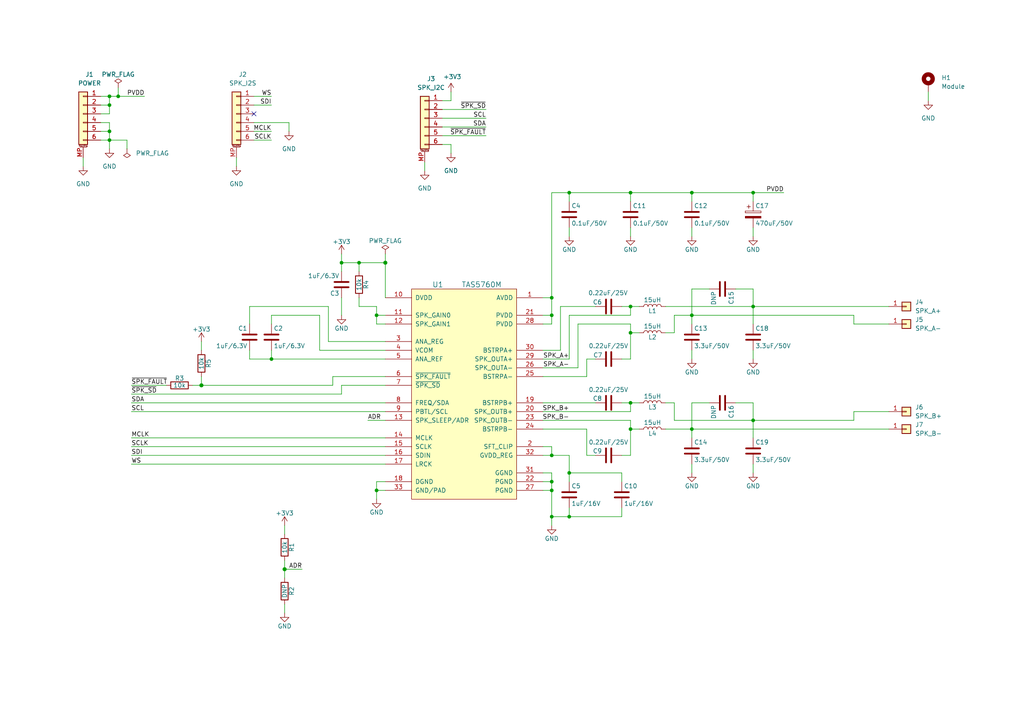
<source format=kicad_sch>
(kicad_sch (version 20210621) (generator eeschema)
  (paper "A4")
  (lib_symbols
    (symbol "Connector_Generic:Conn_01x01" (pin_names (offset 1.016) hide)
      (property "Reference" "J" (at 0 2.54 0))
      (property "Value" "Conn_01x01" (at 0 -2.54 0))
      (symbol "Conn_01x01_1_1"
        (rectangle (start -1.27 0.127) (end 0 -0.127) (stroke (width 0.1524)))
        (rectangle (start -1.27 1.27) (end 1.27 -1.27) (stroke (width 0.254)) (fill (type background)))
        (pin passive line (at -5.08 0 0) (length 3.81) (name "Pin_1") (number "1"))
      )
    )
    (symbol "Connector_Generic_MountingPin:Conn_01x06_MountingPin" (pin_names (offset 1.016) hide)
      (property "Reference" "J" (at 0 7.62 0))
      (property "Value" "Conn_01x06_MountingPin" (at 1.27 -10.16 0))
      (symbol "Conn_01x06_MountingPin_1_1"
        (rectangle (start -1.27 -7.493) (end 0 -7.747) (stroke (width 0.1524)))
        (rectangle (start -1.27 -4.953) (end 0 -5.207) (stroke (width 0.1524)))
        (rectangle (start -1.27 -2.413) (end 0 -2.667) (stroke (width 0.1524)))
        (rectangle (start -1.27 0.127) (end 0 -0.127) (stroke (width 0.1524)))
        (rectangle (start -1.27 2.667) (end 0 2.413) (stroke (width 0.1524)))
        (rectangle (start -1.27 5.207) (end 0 4.953) (stroke (width 0.1524)))
        (rectangle (start -1.27 6.35) (end 1.27 -8.89) (stroke (width 0.254)) (fill (type background)))
        (polyline (pts (xy -1.016 -9.652) (xy 1.016 -9.652)) (stroke (width 0.1524)))
        (text "Mounting" (at 0 -9.271 0) (effects (font (size 0.381 0.381))))
        (pin passive line (at -5.08 5.08 0) (length 3.81) (name "Pin_1") (number "1"))
        (pin passive line (at -5.08 2.54 0) (length 3.81) (name "Pin_2") (number "2"))
        (pin passive line (at -5.08 0 0) (length 3.81) (name "Pin_3") (number "3"))
        (pin passive line (at -5.08 -2.54 0) (length 3.81) (name "Pin_4") (number "4"))
        (pin passive line (at -5.08 -5.08 0) (length 3.81) (name "Pin_5") (number "5"))
        (pin passive line (at -5.08 -7.62 0) (length 3.81) (name "Pin_6") (number "6"))
        (pin passive line (at 0 -12.7 90) (length 3.048) (name "MountPin") (number "MP"))
      )
    )
    (symbol "Device:C" (pin_numbers hide) (pin_names (offset 0.254))
      (property "Reference" "C" (at 0.635 2.54 0))
      (property "Value" "C" (at 0.635 -2.54 0))
      (symbol "C_0_1"
        (polyline (pts (xy -2.032 -0.762) (xy 2.032 -0.762)) (stroke (width 0.508)))
        (polyline (pts (xy -2.032 0.762) (xy 2.032 0.762)) (stroke (width 0.508)))
      )
      (symbol "C_1_1"
        (pin passive line (at 0 3.81 270) (length 2.794) (name "~") (number "1"))
        (pin passive line (at 0 -3.81 90) (length 2.794) (name "~") (number "2"))
      )
    )
    (symbol "Device:C_Polarized" (pin_numbers hide) (pin_names (offset 0.254))
      (property "Reference" "C" (at 0.635 2.54 0))
      (property "Value" "C_Polarized" (at 0.635 -2.54 0))
      (symbol "C_Polarized_0_1"
        (rectangle (start -2.286 0.508) (end 2.286 1.016))
        (polyline (pts (xy -1.778 2.286) (xy -0.762 2.286)))
        (polyline (pts (xy -1.27 2.794) (xy -1.27 1.778)))
        (rectangle (start 2.286 -0.508) (end -2.286 -1.016) (fill (type outline)))
      )
      (symbol "C_Polarized_1_1"
        (pin passive line (at 0 3.81 270) (length 2.794) (name "~") (number "1"))
        (pin passive line (at 0 -3.81 90) (length 2.794) (name "~") (number "2"))
      )
    )
    (symbol "Device:L" (pin_numbers hide) (pin_names (offset 1.016) hide)
      (property "Reference" "L" (at -1.27 0 90))
      (property "Value" "L" (at 1.905 0 90))
      (symbol "L_0_1"
        (arc (start 0 -2.54) (mid 0.635 -1.905) (end 0 -1.27))
        (arc (start 0 -1.27) (mid 0.635 -0.635) (end 0 0))
        (arc (start 0 0) (mid 0.635 0.635) (end 0 1.27))
        (arc (start 0 1.27) (mid 0.635 1.905) (end 0 2.54))
      )
      (symbol "L_1_1"
        (pin passive line (at 0 3.81 270) (length 1.27) (name "1") (number "1"))
        (pin passive line (at 0 -3.81 90) (length 1.27) (name "2") (number "2"))
      )
    )
    (symbol "Device:R" (pin_numbers hide) (pin_names (offset 0))
      (property "Reference" "R" (at 2.032 0 90))
      (property "Value" "R" (at 0 0 90))
      (symbol "R_0_1"
        (rectangle (start -1.016 -2.54) (end 1.016 2.54) (stroke (width 0.254)))
      )
      (symbol "R_1_1"
        (pin passive line (at 0 3.81 270) (length 1.27) (name "~") (number "1"))
        (pin passive line (at 0 -3.81 90) (length 1.27) (name "~") (number "2"))
      )
    )
    (symbol "HackAmp-Symbols:TAS5760M" (pin_names (offset 1.016))
      (property "Reference" "U" (at -7.62 31.75 0))
      (property "Value" "TAS5760M" (at 5.08 31.75 0))
      (symbol "TAS5760M_1_1"
        (rectangle (start -15.24 -30.48) (end 15.24 30.48) (fill (type background)))
        (pin power_in line (at 22.86 27.94 180) (length 7.62) (name "AVDD") (number "1"))
        (pin power_in line (at -22.86 27.94 0) (length 7.62) (name "DVDD") (number "10"))
        (pin input line (at -22.86 22.86 0) (length 7.62) (name "SPK_GAIN0") (number "11"))
        (pin input line (at -22.86 20.32 0) (length 7.62) (name "SPK_GAIN1") (number "12"))
        (pin input line (at -22.86 -7.62 0) (length 7.62) (name "SPK_SLEEP/ADR") (number "13"))
        (pin input line (at -22.86 -12.7 0) (length 7.62) (name "MCLK") (number "14"))
        (pin input line (at -22.86 -15.24 0) (length 7.62) (name "SCLK") (number "15"))
        (pin input line (at -22.86 -17.78 0) (length 7.62) (name "SDIN") (number "16"))
        (pin input line (at -22.86 -20.32 0) (length 7.62) (name "LRCK") (number "17"))
        (pin power_in line (at -22.86 -25.4 0) (length 7.62) (name "DGND") (number "18"))
        (pin power_out line (at 22.86 -2.54 180) (length 7.62) (name "BSTRPB+") (number "19"))
        (pin input line (at 22.86 -15.24 180) (length 7.62) (name "SFT_CLIP") (number "2"))
        (pin output line (at 22.86 -5.08 180) (length 7.62) (name "SPK_OUTB+") (number "20"))
        (pin power_in line (at 22.86 22.86 180) (length 7.62) (name "PVDD") (number "21"))
        (pin power_in line (at 22.86 -25.4 180) (length 7.62) (name "PGND") (number "22"))
        (pin output line (at 22.86 -7.62 180) (length 7.62) (name "SPK_OUTB-") (number "23"))
        (pin power_out line (at 22.86 -10.16 180) (length 7.62) (name "BSTRPB-") (number "24"))
        (pin power_out line (at 22.86 5.08 180) (length 7.62) (name "BSTRPA-") (number "25"))
        (pin output line (at 22.86 7.62 180) (length 7.62) (name "SPK_OUTA-") (number "26"))
        (pin power_in line (at 22.86 -27.94 180) (length 7.62) (name "PGND") (number "27"))
        (pin power_in line (at 22.86 20.32 180) (length 7.62) (name "PVDD") (number "28"))
        (pin output line (at 22.86 10.16 180) (length 7.62) (name "SPK_OUTA+") (number "29"))
        (pin power_out line (at -22.86 15.24 0) (length 7.62) (name "ANA_REG") (number "3"))
        (pin power_out line (at 22.86 12.7 180) (length 7.62) (name "BSTRPA+") (number "30"))
        (pin power_in line (at 22.86 -22.86 180) (length 7.62) (name "GGND") (number "31"))
        (pin power_out line (at 22.86 -17.78 180) (length 7.62) (name "GVDD_REG") (number "32"))
        (pin power_in line (at -22.86 -27.94 0) (length 7.62) (name "GND/PAD") (number "33"))
        (pin power_out line (at -22.86 12.7 0) (length 7.62) (name "VCOM") (number "4"))
        (pin power_out line (at -22.86 10.16 0) (length 7.62) (name "ANA_REF") (number "5"))
        (pin output line (at -22.86 5.08 0) (length 7.62) (name "~{SPK_FAULT}") (number "6"))
        (pin output line (at -22.86 2.54 0) (length 7.62) (name "~{SPK_SD}") (number "7"))
        (pin input line (at -22.86 -2.54 0) (length 7.62) (name "FREQ/SDA") (number "8"))
        (pin input line (at -22.86 -5.08 0) (length 7.62) (name "PBTL/SCL") (number "9"))
      )
    )
    (symbol "Mechanical:MountingHole_Pad" (pin_numbers hide) (pin_names (offset 1.016) hide)
      (property "Reference" "H" (at 0 6.35 0))
      (property "Value" "MountingHole_Pad" (at 0 4.445 0))
      (symbol "MountingHole_Pad_0_1"
        (circle (center 0 1.27) (radius 1.27) (stroke (width 1.27)) (stroke (width 1.27)))
      )
      (symbol "MountingHole_Pad_1_1"
        (pin input line (at 0 -2.54 90) (length 2.54) (name "1") (number "1"))
      )
    )
    (symbol "power:+3.3V" (power) (pin_names (offset 0))
      (property "Value" "+3.3V" (at 0 3.556 0))
      (symbol "+3.3V_0_1"
        (polyline (pts (xy -0.762 1.27) (xy 0 2.54)))
        (polyline (pts (xy 0 0) (xy 0 2.54)))
        (polyline (pts (xy 0 2.54) (xy 0.762 1.27)))
      )
      (symbol "+3.3V_1_1"
        (pin power_in line (at 0 0 90) (length 0) hide (name "+3V3") (number "1"))
      )
    )
    (symbol "power:+3V3" (power) (pin_names (offset 0))
      (property "Value" "+3V3" (at 0 3.556 0))
      (symbol "+3V3_0_1"
        (polyline (pts (xy -0.762 1.27) (xy 0 2.54)))
        (polyline (pts (xy 0 0) (xy 0 2.54)))
        (polyline (pts (xy 0 2.54) (xy 0.762 1.27)))
      )
      (symbol "+3V3_1_1"
        (pin power_in line (at 0 0 90) (length 0) hide (name "+3V3") (number "1"))
      )
    )
    (symbol "power:GND" (power) (pin_names (offset 0))
      (property "Value" "GND" (at 0 -3.81 0))
      (symbol "GND_0_1"
        (polyline (pts (xy 0 0) (xy 0 -1.27) (xy 1.27 -1.27) (xy 0 -2.54) (xy -1.27 -1.27) (xy 0 -1.27)))
      )
      (symbol "GND_1_1"
        (pin power_in line (at 0 0 270) (length 0) hide (name "GND") (number "1"))
      )
    )
    (symbol "power:PWR_FLAG" (power) (pin_numbers hide) (pin_names (offset 0) hide)
      (property "Value" "PWR_FLAG" (at 0 3.81 0))
      (symbol "PWR_FLAG_0_0"
        (pin power_out line (at 0 0 90) (length 0) (name "pwr") (number "1"))
      )
      (symbol "PWR_FLAG_0_1"
        (polyline (pts (xy 0 0) (xy 0 1.27) (xy -1.016 1.905) (xy 0 2.54) (xy 1.016 1.905) (xy 0 1.27)))
      )
    )
  )
  (junction (at 31.75 27.94))
  (junction (at 31.75 30.48))
  (junction (at 31.75 38.1))
  (junction (at 31.75 40.64))
  (junction (at 34.29 27.94))
  (junction (at 58.42 111.76) (diameter 1.016))
  (junction (at 78.74 104.14) (diameter 0.9144))
  (junction (at 82.55 165.1) (diameter 1.016))
  (junction (at 99.06 76.2) (diameter 0.9144))
  (junction (at 104.14 76.2) (diameter 0.9144))
  (junction (at 109.22 91.44) (diameter 0.9144))
  (junction (at 109.22 142.24) (diameter 0.9144))
  (junction (at 111.76 76.2) (diameter 1.016))
  (junction (at 160.02 86.36) (diameter 0.9144))
  (junction (at 160.02 91.44) (diameter 0.9144))
  (junction (at 160.02 132.08) (diameter 0.9144))
  (junction (at 160.02 139.7) (diameter 0.9144))
  (junction (at 160.02 142.24) (diameter 0.9144))
  (junction (at 160.02 149.86) (diameter 0.9144))
  (junction (at 165.1 55.88) (diameter 0.9144))
  (junction (at 165.1 137.16) (diameter 0.9144))
  (junction (at 165.1 149.86) (diameter 0.9144))
  (junction (at 182.88 55.88) (diameter 0.9144))
  (junction (at 182.88 88.9) (diameter 0.9144))
  (junction (at 182.88 96.52) (diameter 0.9144))
  (junction (at 182.88 116.84) (diameter 0.9144))
  (junction (at 182.88 124.46) (diameter 0.9144))
  (junction (at 200.66 55.88) (diameter 0.9144))
  (junction (at 200.66 91.44) (diameter 0.9144))
  (junction (at 200.66 124.46) (diameter 0.9144))
  (junction (at 218.44 55.88) (diameter 0.9144))
  (junction (at 218.44 88.9) (diameter 0.9144))
  (junction (at 218.44 121.92) (diameter 0.9144))
  (no_connect (at 73.66 33.02))
  (wire (pts (xy 24.13 45.72) (xy 24.13 48.26)))
  (wire (pts (xy 29.21 27.94) (xy 31.75 27.94)))
  (wire (pts (xy 29.21 30.48) (xy 31.75 30.48)))
  (wire (pts (xy 29.21 33.02) (xy 31.75 33.02)))
  (wire (pts (xy 29.21 35.56) (xy 31.75 35.56)))
  (wire (pts (xy 29.21 38.1) (xy 31.75 38.1)))
  (wire (pts (xy 31.75 27.94) (xy 31.75 30.48)))
  (wire (pts (xy 31.75 27.94) (xy 34.29 27.94)))
  (wire (pts (xy 31.75 30.48) (xy 31.75 33.02)))
  (wire (pts (xy 31.75 35.56) (xy 31.75 38.1)))
  (wire (pts (xy 31.75 38.1) (xy 31.75 40.64)))
  (wire (pts (xy 31.75 40.64) (xy 29.21 40.64)))
  (wire (pts (xy 31.75 43.18) (xy 31.75 40.64)))
  (wire (pts (xy 34.29 25.4) (xy 34.29 27.94)))
  (wire (pts (xy 34.29 27.94) (xy 41.91 27.94)))
  (wire (pts (xy 36.83 40.64) (xy 31.75 40.64)))
  (wire (pts (xy 36.83 43.18) (xy 36.83 40.64)))
  (wire (pts (xy 38.1 111.76) (xy 48.26 111.76)))
  (wire (pts (xy 38.1 114.3) (xy 99.06 114.3)))
  (wire (pts (xy 38.1 116.84) (xy 111.76 116.84)))
  (wire (pts (xy 38.1 119.38) (xy 111.76 119.38)))
  (wire (pts (xy 38.1 127) (xy 111.76 127)))
  (wire (pts (xy 38.1 129.54) (xy 111.76 129.54)))
  (wire (pts (xy 38.1 132.08) (xy 111.76 132.08)))
  (wire (pts (xy 38.1 134.62) (xy 111.76 134.62)))
  (wire (pts (xy 58.42 99.06) (xy 58.42 101.6)))
  (wire (pts (xy 58.42 109.22) (xy 58.42 111.76)))
  (wire (pts (xy 58.42 111.76) (xy 55.88 111.76)))
  (wire (pts (xy 68.58 45.72) (xy 68.58 48.26)))
  (wire (pts (xy 72.39 88.9) (xy 72.39 93.98)))
  (wire (pts (xy 72.39 101.6) (xy 72.39 104.14)))
  (wire (pts (xy 72.39 104.14) (xy 78.74 104.14)))
  (wire (pts (xy 73.66 27.94) (xy 78.74 27.94)))
  (wire (pts (xy 73.66 30.48) (xy 78.74 30.48)))
  (wire (pts (xy 73.66 35.56) (xy 83.82 35.56)))
  (wire (pts (xy 73.66 38.1) (xy 78.74 38.1)))
  (wire (pts (xy 73.66 40.64) (xy 78.74 40.64)))
  (wire (pts (xy 78.74 91.44) (xy 78.74 93.98)))
  (wire (pts (xy 78.74 91.44) (xy 92.71 91.44)))
  (wire (pts (xy 78.74 101.6) (xy 78.74 104.14)))
  (wire (pts (xy 78.74 104.14) (xy 111.76 104.14)))
  (wire (pts (xy 82.55 152.4) (xy 82.55 154.94)))
  (wire (pts (xy 82.55 162.56) (xy 82.55 165.1)))
  (wire (pts (xy 82.55 165.1) (xy 82.55 167.64)))
  (wire (pts (xy 82.55 175.26) (xy 82.55 177.8)))
  (wire (pts (xy 83.82 38.1) (xy 83.82 35.56)))
  (wire (pts (xy 87.63 165.1) (xy 82.55 165.1)))
  (wire (pts (xy 92.71 91.44) (xy 92.71 101.6)))
  (wire (pts (xy 92.71 101.6) (xy 111.76 101.6)))
  (wire (pts (xy 95.25 88.9) (xy 72.39 88.9)))
  (wire (pts (xy 95.25 99.06) (xy 95.25 88.9)))
  (wire (pts (xy 96.52 109.22) (xy 96.52 111.76)))
  (wire (pts (xy 96.52 111.76) (xy 58.42 111.76)))
  (wire (pts (xy 99.06 73.66) (xy 99.06 76.2)))
  (wire (pts (xy 99.06 76.2) (xy 99.06 78.74)))
  (wire (pts (xy 99.06 76.2) (xy 104.14 76.2)))
  (wire (pts (xy 99.06 86.36) (xy 99.06 91.44)))
  (wire (pts (xy 99.06 111.76) (xy 99.06 114.3)))
  (wire (pts (xy 99.06 111.76) (xy 111.76 111.76)))
  (wire (pts (xy 104.14 76.2) (xy 104.14 78.74)))
  (wire (pts (xy 104.14 88.9) (xy 104.14 86.36)))
  (wire (pts (xy 106.68 121.92) (xy 111.76 121.92)))
  (wire (pts (xy 109.22 88.9) (xy 104.14 88.9)))
  (wire (pts (xy 109.22 88.9) (xy 109.22 91.44)))
  (wire (pts (xy 109.22 91.44) (xy 109.22 93.98)))
  (wire (pts (xy 109.22 93.98) (xy 111.76 93.98)))
  (wire (pts (xy 109.22 139.7) (xy 109.22 142.24)))
  (wire (pts (xy 109.22 142.24) (xy 109.22 144.78)))
  (wire (pts (xy 109.22 142.24) (xy 111.76 142.24)))
  (wire (pts (xy 111.76 73.66) (xy 111.76 76.2)))
  (wire (pts (xy 111.76 76.2) (xy 104.14 76.2)))
  (wire (pts (xy 111.76 86.36) (xy 111.76 76.2)))
  (wire (pts (xy 111.76 91.44) (xy 109.22 91.44)))
  (wire (pts (xy 111.76 99.06) (xy 95.25 99.06)))
  (wire (pts (xy 111.76 109.22) (xy 96.52 109.22)))
  (wire (pts (xy 111.76 139.7) (xy 109.22 139.7)))
  (wire (pts (xy 123.19 46.99) (xy 123.19 49.53)))
  (wire (pts (xy 128.27 29.21) (xy 130.81 29.21)))
  (wire (pts (xy 128.27 31.75) (xy 140.97 31.75)))
  (wire (pts (xy 128.27 34.29) (xy 140.97 34.29)))
  (wire (pts (xy 128.27 36.83) (xy 140.97 36.83)))
  (wire (pts (xy 128.27 39.37) (xy 140.97 39.37)))
  (wire (pts (xy 128.27 41.91) (xy 130.81 41.91)))
  (wire (pts (xy 130.81 29.21) (xy 130.81 26.67)))
  (wire (pts (xy 130.81 41.91) (xy 130.81 44.45)))
  (wire (pts (xy 157.48 86.36) (xy 160.02 86.36)))
  (wire (pts (xy 157.48 91.44) (xy 160.02 91.44)))
  (wire (pts (xy 157.48 93.98) (xy 160.02 93.98)))
  (wire (pts (xy 157.48 106.68) (xy 167.64 106.68)))
  (wire (pts (xy 157.48 116.84) (xy 172.72 116.84)))
  (wire (pts (xy 157.48 121.92) (xy 182.88 121.92)))
  (wire (pts (xy 157.48 129.54) (xy 160.02 129.54)))
  (wire (pts (xy 157.48 132.08) (xy 160.02 132.08)))
  (wire (pts (xy 157.48 137.16) (xy 160.02 137.16)))
  (wire (pts (xy 157.48 139.7) (xy 160.02 139.7)))
  (wire (pts (xy 160.02 55.88) (xy 160.02 86.36)))
  (wire (pts (xy 160.02 55.88) (xy 165.1 55.88)))
  (wire (pts (xy 160.02 91.44) (xy 160.02 86.36)))
  (wire (pts (xy 160.02 93.98) (xy 160.02 91.44)))
  (wire (pts (xy 160.02 129.54) (xy 160.02 132.08)))
  (wire (pts (xy 160.02 137.16) (xy 160.02 139.7)))
  (wire (pts (xy 160.02 139.7) (xy 160.02 142.24)))
  (wire (pts (xy 160.02 142.24) (xy 157.48 142.24)))
  (wire (pts (xy 160.02 149.86) (xy 160.02 142.24)))
  (wire (pts (xy 160.02 149.86) (xy 160.02 152.4)))
  (wire (pts (xy 162.56 88.9) (xy 162.56 101.6)))
  (wire (pts (xy 162.56 101.6) (xy 157.48 101.6)))
  (wire (pts (xy 165.1 55.88) (xy 165.1 58.42)))
  (wire (pts (xy 165.1 66.04) (xy 165.1 68.58)))
  (wire (pts (xy 165.1 91.44) (xy 165.1 104.14)))
  (wire (pts (xy 165.1 104.14) (xy 157.48 104.14)))
  (wire (pts (xy 165.1 132.08) (xy 160.02 132.08)))
  (wire (pts (xy 165.1 137.16) (xy 165.1 132.08)))
  (wire (pts (xy 165.1 137.16) (xy 165.1 139.7)))
  (wire (pts (xy 165.1 137.16) (xy 180.34 137.16)))
  (wire (pts (xy 165.1 147.32) (xy 165.1 149.86)))
  (wire (pts (xy 165.1 149.86) (xy 160.02 149.86)))
  (wire (pts (xy 165.1 149.86) (xy 180.34 149.86)))
  (wire (pts (xy 167.64 93.98) (xy 182.88 93.98)))
  (wire (pts (xy 167.64 106.68) (xy 167.64 93.98)))
  (wire (pts (xy 170.18 104.14) (xy 170.18 109.22)))
  (wire (pts (xy 170.18 109.22) (xy 157.48 109.22)))
  (wire (pts (xy 170.18 124.46) (xy 157.48 124.46)))
  (wire (pts (xy 170.18 132.08) (xy 170.18 124.46)))
  (wire (pts (xy 172.72 88.9) (xy 162.56 88.9)))
  (wire (pts (xy 172.72 104.14) (xy 170.18 104.14)))
  (wire (pts (xy 172.72 132.08) (xy 170.18 132.08)))
  (wire (pts (xy 180.34 88.9) (xy 182.88 88.9)))
  (wire (pts (xy 180.34 116.84) (xy 182.88 116.84)))
  (wire (pts (xy 180.34 137.16) (xy 180.34 139.7)))
  (wire (pts (xy 180.34 149.86) (xy 180.34 147.32)))
  (wire (pts (xy 182.88 55.88) (xy 165.1 55.88)))
  (wire (pts (xy 182.88 55.88) (xy 200.66 55.88)))
  (wire (pts (xy 182.88 58.42) (xy 182.88 55.88)))
  (wire (pts (xy 182.88 66.04) (xy 182.88 68.58)))
  (wire (pts (xy 182.88 88.9) (xy 182.88 91.44)))
  (wire (pts (xy 182.88 88.9) (xy 185.42 88.9)))
  (wire (pts (xy 182.88 91.44) (xy 165.1 91.44)))
  (wire (pts (xy 182.88 93.98) (xy 182.88 96.52)))
  (wire (pts (xy 182.88 96.52) (xy 182.88 104.14)))
  (wire (pts (xy 182.88 96.52) (xy 185.42 96.52)))
  (wire (pts (xy 182.88 104.14) (xy 180.34 104.14)))
  (wire (pts (xy 182.88 116.84) (xy 182.88 119.38)))
  (wire (pts (xy 182.88 116.84) (xy 185.42 116.84)))
  (wire (pts (xy 182.88 119.38) (xy 157.48 119.38)))
  (wire (pts (xy 182.88 121.92) (xy 182.88 124.46)))
  (wire (pts (xy 182.88 124.46) (xy 182.88 132.08)))
  (wire (pts (xy 182.88 124.46) (xy 185.42 124.46)))
  (wire (pts (xy 182.88 132.08) (xy 180.34 132.08)))
  (wire (pts (xy 193.04 88.9) (xy 218.44 88.9)))
  (wire (pts (xy 193.04 96.52) (xy 195.58 96.52)))
  (wire (pts (xy 193.04 124.46) (xy 200.66 124.46)))
  (wire (pts (xy 195.58 91.44) (xy 200.66 91.44)))
  (wire (pts (xy 195.58 96.52) (xy 195.58 91.44)))
  (wire (pts (xy 195.58 116.84) (xy 193.04 116.84)))
  (wire (pts (xy 195.58 121.92) (xy 195.58 116.84)))
  (wire (pts (xy 200.66 55.88) (xy 200.66 58.42)))
  (wire (pts (xy 200.66 55.88) (xy 218.44 55.88)))
  (wire (pts (xy 200.66 66.04) (xy 200.66 68.58)))
  (wire (pts (xy 200.66 83.82) (xy 205.74 83.82)))
  (wire (pts (xy 200.66 91.44) (xy 200.66 83.82)))
  (wire (pts (xy 200.66 91.44) (xy 200.66 93.98)))
  (wire (pts (xy 200.66 91.44) (xy 247.65 91.44)))
  (wire (pts (xy 200.66 101.6) (xy 200.66 104.14)))
  (wire (pts (xy 200.66 116.84) (xy 200.66 124.46)))
  (wire (pts (xy 200.66 124.46) (xy 200.66 127)))
  (wire (pts (xy 200.66 124.46) (xy 257.81 124.46)))
  (wire (pts (xy 200.66 134.62) (xy 200.66 137.16)))
  (wire (pts (xy 205.74 116.84) (xy 200.66 116.84)))
  (wire (pts (xy 213.36 83.82) (xy 218.44 83.82)))
  (wire (pts (xy 213.36 116.84) (xy 218.44 116.84)))
  (wire (pts (xy 218.44 55.88) (xy 218.44 58.42)))
  (wire (pts (xy 218.44 55.88) (xy 227.33 55.88)))
  (wire (pts (xy 218.44 66.04) (xy 218.44 68.58)))
  (wire (pts (xy 218.44 83.82) (xy 218.44 88.9)))
  (wire (pts (xy 218.44 88.9) (xy 218.44 93.98)))
  (wire (pts (xy 218.44 88.9) (xy 257.81 88.9)))
  (wire (pts (xy 218.44 101.6) (xy 218.44 104.14)))
  (wire (pts (xy 218.44 116.84) (xy 218.44 121.92)))
  (wire (pts (xy 218.44 121.92) (xy 195.58 121.92)))
  (wire (pts (xy 218.44 121.92) (xy 218.44 127)))
  (wire (pts (xy 218.44 121.92) (xy 247.65 121.92)))
  (wire (pts (xy 218.44 134.62) (xy 218.44 137.16)))
  (wire (pts (xy 247.65 93.98) (xy 247.65 91.44)))
  (wire (pts (xy 247.65 119.38) (xy 247.65 121.92)))
  (wire (pts (xy 257.81 93.98) (xy 247.65 93.98)))
  (wire (pts (xy 257.81 119.38) (xy 247.65 119.38)))
  (wire (pts (xy 269.24 26.67) (xy 269.24 29.21)))
  (label "~{SPK_FAULT}" (at 38.1 111.76 0))
  (label "~{SPK_SD}" (at 38.1 114.3 0))
  (label "SDA" (at 38.1 116.84 0))
  (label "SCL" (at 38.1 119.38 0))
  (label "MCLK" (at 38.1 127 0))
  (label "SCLK" (at 38.1 129.54 0))
  (label "SDI" (at 38.1 132.08 0))
  (label "WS" (at 38.1 134.62 0))
  (label "PVDD" (at 41.91 27.94 180))
  (label "WS" (at 78.74 27.94 180))
  (label "SDI" (at 78.74 30.48 180))
  (label "MCLK" (at 78.74 38.1 180))
  (label "SCLK" (at 78.74 40.64 180))
  (label "ADR" (at 87.63 165.1 180))
  (label "ADR" (at 106.68 121.92 0))
  (label "~{SPK_SD}" (at 140.97 31.75 180))
  (label "SCL" (at 140.97 34.29 180))
  (label "SDA" (at 140.97 36.83 180))
  (label "~{SPK_FAULT}" (at 140.97 39.37 180))
  (label "SPK_A+" (at 165.1 104.14 180))
  (label "SPK_A-" (at 165.1 106.68 180))
  (label "SPK_B+" (at 165.1 119.38 180))
  (label "SPK_B-" (at 165.1 121.92 180))
  (label "PVDD" (at 227.33 55.88 180))
  (symbol (lib_id "power:+3V3") (at 58.42 99.06 0) (unit 1)
    (property "Reference" "#PWR0122" (effects hide))
    (property "Value" "+3V3" (at 58.42 95.504 0))
  )
  (symbol (lib_id "power:+3V3") (at 82.55 152.4 0) (unit 1)
    (property "Reference" "#PWR0120" (effects hide))
    (property "Value" "+3V3" (at 82.55 148.844 0))
  )
  (symbol (lib_id "power:+3V3") (at 99.06 73.66 0) (unit 1)
    (property "Reference" "#PWR0117" (effects hide))
    (property "Value" "+3V3" (at 99.06 70.104 0))
  )
  (symbol (lib_id "power:+3.3V") (at 130.81 26.67 0) (unit 1)
    (property "Reference" "#PWR0124" (effects hide))
    (property "Value" "+3.3V" (at 131.191 22.2758 0))
  )
  (symbol (lib_id "power:PWR_FLAG") (at 34.29 25.4 0) (unit 1)
    (property "Reference" "#FLG0101" (effects hide))
    (property "Value" "PWR_FLAG" (at 34.29 21.59 0))
  )
  (symbol (lib_id "power:PWR_FLAG") (at 36.83 43.18 180) (unit 1)
    (property "Reference" "#FLG0102" (effects hide))
    (property "Value" "PWR_FLAG" (at 39.37 44.4498 0) (effects (justify right)))
  )
  (symbol (lib_id "power:PWR_FLAG") (at 111.76 73.66 0) (unit 1)
    (property "Reference" "#FLG0103" (effects hide))
    (property "Value" "PWR_FLAG" (at 111.76 69.85 0))
  )
  (symbol (lib_id "power:GND") (at 24.13 48.26 0) (unit 1)
    (property "Reference" "#PWR0106" (effects hide))
    (property "Value" "GND" (at 24.13 53.34 0))
  )
  (symbol (lib_id "power:GND") (at 31.75 43.18 0) (unit 1)
    (property "Reference" "#PWR0107" (effects hide))
    (property "Value" "GND" (at 31.75 48.26 0))
  )
  (symbol (lib_id "power:GND") (at 68.58 48.26 0) (unit 1)
    (property "Reference" "#PWR0105" (effects hide))
    (property "Value" "GND" (at 68.58 53.34 0))
  )
  (symbol (lib_id "power:GND") (at 82.55 177.8 0) (unit 1)
    (property "Reference" "#PWR0121" (effects hide))
    (property "Value" "GND" (at 82.55 181.61 0))
  )
  (symbol (lib_id "power:GND") (at 83.82 38.1 0) (unit 1)
    (property "Reference" "#PWR0115" (effects hide))
    (property "Value" "GND" (at 83.82 43.18 0))
  )
  (symbol (lib_id "power:GND") (at 99.06 91.44 0) (unit 1)
    (property "Reference" "#PWR0116" (effects hide))
    (property "Value" "GND" (at 99.06 95.25 0))
  )
  (symbol (lib_id "power:GND") (at 109.22 144.78 0) (unit 1)
    (property "Reference" "#PWR0118" (effects hide))
    (property "Value" "GND" (at 109.22 148.59 0))
  )
  (symbol (lib_id "power:GND") (at 123.19 49.53 0) (unit 1)
    (property "Reference" "#PWR0123" (effects hide))
    (property "Value" "GND" (at 123.19 54.61 0))
  )
  (symbol (lib_id "power:GND") (at 130.81 44.45 0) (unit 1)
    (property "Reference" "#PWR0119" (effects hide))
    (property "Value" "GND" (at 130.81 49.53 0))
  )
  (symbol (lib_id "power:GND") (at 160.02 152.4 0) (unit 1)
    (property "Reference" "#PWR0101" (effects hide))
    (property "Value" "GND" (at 160.02 156.21 0))
  )
  (symbol (lib_id "power:GND") (at 165.1 68.58 0) (unit 1)
    (property "Reference" "#PWR0103" (effects hide))
    (property "Value" "GND" (at 165.1 72.39 0))
  )
  (symbol (lib_id "power:GND") (at 182.88 68.58 0) (unit 1)
    (property "Reference" "#PWR0102" (effects hide))
    (property "Value" "GND" (at 182.88 72.39 0))
  )
  (symbol (lib_id "power:GND") (at 200.66 68.58 0) (unit 1)
    (property "Reference" "#PWR0111" (effects hide))
    (property "Value" "GND" (at 200.66 72.39 0))
  )
  (symbol (lib_id "power:GND") (at 200.66 104.14 0) (unit 1)
    (property "Reference" "#PWR0110" (effects hide))
    (property "Value" "GND" (at 200.66 107.95 0))
  )
  (symbol (lib_id "power:GND") (at 200.66 137.16 0) (unit 1)
    (property "Reference" "#PWR0113" (effects hide))
    (property "Value" "GND" (at 200.66 140.97 0))
  )
  (symbol (lib_id "power:GND") (at 218.44 68.58 0) (unit 1)
    (property "Reference" "#PWR0114" (effects hide))
    (property "Value" "GND" (at 218.44 72.39 0))
  )
  (symbol (lib_id "power:GND") (at 218.44 104.14 0) (unit 1)
    (property "Reference" "#PWR0109" (effects hide))
    (property "Value" "GND" (at 218.44 107.95 0))
  )
  (symbol (lib_id "power:GND") (at 218.44 137.16 0) (unit 1)
    (property "Reference" "#PWR0112" (effects hide))
    (property "Value" "GND" (at 218.44 140.97 0))
  )
  (symbol (lib_id "power:GND") (at 269.24 29.21 0) (unit 1)
    (property "Reference" "#PWR0104" (effects hide))
    (property "Value" "GND" (at 269.24 34.29 0))
  )
  (symbol (lib_id "Device:L") (at 189.23 88.9 90) (unit 1)
    (property "Reference" "L1" (at 189.23 90.17 90))
    (property "Value" "15uH" (at 189.23 86.995 90))
    (property "Footprint" "HackAmp-Footprints:L_Bourns_SRR1208" (effects hide))
    (property "Part Name" "Bourns SRR1208-150ML" (effects hide))
    (property "Mouser" "652-SRR1208-150ML" (effects hide))
  )
  (symbol (lib_id "Device:L") (at 189.23 96.52 90) (unit 1)
    (property "Reference" "L2" (at 189.23 97.79 90))
    (property "Value" "15uH" (at 189.23 94.615 90))
    (property "Footprint" "HackAmp-Footprints:L_Bourns_SRR1208" (effects hide))
    (property "Part Name" "Bourns SRR1208-150ML" (effects hide))
    (property "Mouser" "652-SRR1208-150ML" (effects hide))
  )
  (symbol (lib_id "Device:L") (at 189.23 116.84 90) (unit 1)
    (property "Reference" "L3" (at 189.23 118.11 90))
    (property "Value" "15uH" (at 189.23 114.935 90))
    (property "Footprint" "HackAmp-Footprints:L_Bourns_SRR1208" (effects hide))
    (property "Part Name" "Bourns SRR1208-150ML" (effects hide))
    (property "Mouser" "652-SRR1208-150ML" (effects hide))
  )
  (symbol (lib_id "Device:L") (at 189.23 124.46 90) (unit 1)
    (property "Reference" "L4" (at 189.23 125.73 90))
    (property "Value" "15uH" (at 189.23 122.555 90))
    (property "Footprint" "HackAmp-Footprints:L_Bourns_SRR1208" (effects hide))
    (property "Part Name" "Bourns SRR1208-150ML" (effects hide))
    (property "Mouser" "652-SRR1208-150ML" (effects hide))
  )
  (symbol (lib_id "Device:R") (at 52.07 111.76 270) (mirror x) (unit 1)
    (property "Reference" "R3" (at 52.07 109.728 90))
    (property "Value" "10k" (at 52.07 111.76 90))
    (property "Footprint" "Resistor_SMD:R_0603_1608Metric" (effects hide))
    (property "Mouser" "652-CR0603FX-1002ELF" (effects hide))
    (property "Part Name" "Bourns CR0603-FX-1002ELF" (effects hide))
  )
  (symbol (lib_id "Device:R") (at 58.42 105.41 0) (unit 1)
    (property "Reference" "R5" (at 60.452 105.41 90))
    (property "Value" "10k" (at 58.42 105.41 90))
    (property "Footprint" "Resistor_SMD:R_0603_1608Metric" (effects hide))
  )
  (symbol (lib_id "Device:R") (at 82.55 158.75 0) (unit 1)
    (property "Reference" "R1" (at 84.582 158.75 90))
    (property "Value" "10k" (at 82.55 158.75 90))
    (property "Footprint" "Resistor_SMD:R_0603_1608Metric" (effects hide))
  )
  (symbol (lib_id "Device:R") (at 82.55 171.45 0) (unit 1)
    (property "Reference" "R2" (at 84.582 171.45 90))
    (property "Value" "DNP" (at 82.55 171.45 90))
    (property "Footprint" "Resistor_SMD:R_0603_1608Metric" (effects hide))
  )
  (symbol (lib_id "Device:R") (at 104.14 82.55 0) (unit 1)
    (property "Reference" "R4" (at 106.172 82.55 90))
    (property "Value" "10k" (at 104.14 82.55 90))
    (property "Footprint" "Resistor_SMD:R_0603_1608Metric" (effects hide))
    (property "Mouser" "652-CR0603FX-1002ELF" (effects hide))
    (property "Part Name" "Bourns CR0603-FX-1002ELF" (effects hide))
  )
  (symbol (lib_id "Connector_Generic:Conn_01x01") (at 262.89 88.9 0) (unit 1)
    (property "Reference" "J4" (at 265.43 87.6299 0) (effects (justify left)))
    (property "Value" "SPK_A+" (at 265.43 90.1699 0) (effects (justify left)))
    (property "Footprint" "HackAmp-Footprints:Banana_Jack_Deltron_571" (effects hide))
  )
  (symbol (lib_id "Connector_Generic:Conn_01x01") (at 262.89 93.98 0) (unit 1)
    (property "Reference" "J5" (at 265.43 92.7099 0) (effects (justify left)))
    (property "Value" "SPK_A-" (at 265.43 95.2499 0) (effects (justify left)))
    (property "Footprint" "HackAmp-Footprints:Banana_Jack_Deltron_571" (effects hide))
  )
  (symbol (lib_id "Connector_Generic:Conn_01x01") (at 262.89 119.38 0) (unit 1)
    (property "Reference" "J6" (at 265.43 118.1099 0) (effects (justify left)))
    (property "Value" "SPK_B+" (at 265.43 120.6499 0) (effects (justify left)))
    (property "Footprint" "HackAmp-Footprints:Banana_Jack_Deltron_571" (effects hide))
  )
  (symbol (lib_id "Connector_Generic:Conn_01x01") (at 262.89 124.46 0) (unit 1)
    (property "Reference" "J7" (at 265.43 123.1899 0) (effects (justify left)))
    (property "Value" "SPK_B-" (at 265.43 125.7299 0) (effects (justify left)))
    (property "Footprint" "HackAmp-Footprints:Banana_Jack_Deltron_571" (effects hide))
  )
  (symbol (lib_id "Mechanical:MountingHole_Pad") (at 269.24 24.13 0) (unit 1)
    (property "Reference" "H1" (at 273.05 22.5424 0) (effects (justify left)))
    (property "Value" "Module" (at 273.05 25.0824 0) (effects (justify left)))
    (property "Footprint" "HackAmp-Footprints:HackAmp-Module" (effects hide))
  )
  (symbol (lib_id "Device:C") (at 72.39 97.79 0) (mirror y) (unit 1)
    (property "Reference" "C1" (at 71.755 95.25 0) (effects (justify left)))
    (property "Value" "1uF/6.3V" (at 71.755 100.33 0) (effects (justify left)))
    (property "Footprint" "Capacitor_SMD:C_0603_1608Metric" (effects hide))
    (property "Mouser" "963-EMK107BJ105KA-T" (effects hide))
    (property "Part Name" "Yaiyo Yuden EMK107BJ105KA-T" (effects hide))
  )
  (symbol (lib_id "Device:C") (at 78.74 97.79 0) (unit 1)
    (property "Reference" "C2" (at 79.375 95.25 0) (effects (justify left)))
    (property "Value" "1uF/6.3V" (at 79.375 100.33 0) (effects (justify left)))
    (property "Footprint" "Capacitor_SMD:C_0603_1608Metric" (effects hide))
    (property "Mouser" "963-EMK107BJ105KA-T" (effects hide))
    (property "Part Name" "Yaiyo Yuden EMK107BJ105KA-T" (effects hide))
  )
  (symbol (lib_id "Device:C") (at 99.06 82.55 180) (unit 1)
    (property "Reference" "C3" (at 98.425 85.09 0) (effects (justify left)))
    (property "Value" "1uF/6.3V" (at 98.425 80.01 0) (effects (justify left)))
    (property "Footprint" "Capacitor_SMD:C_0603_1608Metric" (effects hide))
    (property "Mouser" "963-EMK107BJ105KA-T" (effects hide))
    (property "Part Name" "Yaiyo Yuden EMK107BJ105KA-T" (effects hide))
  )
  (symbol (lib_id "Device:C") (at 165.1 62.23 0) (unit 1)
    (property "Reference" "C4" (at 165.735 59.69 0) (effects (justify left)))
    (property "Value" "0.1uF/50V" (at 165.735 64.77 0) (effects (justify left)))
    (property "Footprint" "Capacitor_SMD:C_0603_1608Metric" (effects hide))
    (property "Mouser" "581-06035G104Z" (effects hide))
    (property "Part Name" "AVX 06035G104ZAT2A" (effects hide))
  )
  (symbol (lib_id "Device:C") (at 165.1 143.51 0) (unit 1)
    (property "Reference" "C5" (at 165.735 140.97 0) (effects (justify left)))
    (property "Value" "1uF/16V" (at 165.735 146.05 0) (effects (justify left)))
    (property "Footprint" "Capacitor_SMD:C_0603_1608Metric" (effects hide))
    (property "Mouser" "963-EMK107BJ105KA-T" (effects hide))
    (property "Part Name" "Yaiyo Yuden EMK107BJ105KA-T" (effects hide))
  )
  (symbol (lib_id "Device:C") (at 176.53 88.9 90) (unit 1)
    (property "Reference" "C6" (at 174.625 87.63 90) (effects (justify left)))
    (property "Value" "0.22uF/25V" (at 182.118 84.963 90) (effects (justify left)))
    (property "Footprint" "Capacitor_SMD:C_0805_2012Metric" (effects hide))
    (property "Mouser" "187-CL21B224KBFNNNG" (effects hide))
    (property "Part Name" "Samsung CL21B224KBFNNNG" (effects hide))
  )
  (symbol (lib_id "Device:C") (at 176.53 104.14 90) (unit 1)
    (property "Reference" "C7" (at 174.752 102.997 90) (effects (justify left)))
    (property "Value" "0.22uF/25V" (at 182.245 100.33 90) (effects (justify left)))
    (property "Footprint" "Capacitor_SMD:C_0805_2012Metric" (effects hide))
    (property "Mouser" "187-CL21B224KBFNNNG" (effects hide))
    (property "Part Name" "Samsung CL21B224KBFNNNG" (effects hide))
  )
  (symbol (lib_id "Device:C") (at 176.53 116.84 90) (unit 1)
    (property "Reference" "C8" (at 174.625 115.57 90) (effects (justify left)))
    (property "Value" "0.22uF/25V" (at 182.245 113.03 90) (effects (justify left)))
    (property "Footprint" "Capacitor_SMD:C_0805_2012Metric" (effects hide))
    (property "Mouser" "187-CL21B224KBFNNNG" (effects hide))
    (property "Part Name" "Samsung CL21B224KBFNNNG" (effects hide))
  )
  (symbol (lib_id "Device:C") (at 176.53 132.08 90) (unit 1)
    (property "Reference" "C9" (at 174.625 130.81 90) (effects (justify left)))
    (property "Value" "0.22uF/25V" (at 182.245 128.27 90) (effects (justify left)))
    (property "Footprint" "Capacitor_SMD:C_0805_2012Metric" (effects hide))
    (property "Mouser" "187-CL21B224KBFNNNG" (effects hide))
    (property "Part Name" "Samsung CL21B224KBFNNNG" (effects hide))
  )
  (symbol (lib_id "Device:C") (at 180.34 143.51 0) (unit 1)
    (property "Reference" "C10" (at 180.975 140.97 0) (effects (justify left)))
    (property "Value" "1uF/16V" (at 180.975 146.05 0) (effects (justify left)))
    (property "Footprint" "Capacitor_SMD:C_0603_1608Metric" (effects hide))
    (property "Mouser" "963-EMK107BJ105KA-T" (effects hide))
    (property "Part Name" "Yaiyo Yuden EMK107BJ105KA-T" (effects hide))
  )
  (symbol (lib_id "Device:C") (at 182.88 62.23 0) (unit 1)
    (property "Reference" "C11" (at 183.515 59.69 0) (effects (justify left)))
    (property "Value" "0.1uF/50V" (at 183.515 64.77 0) (effects (justify left)))
    (property "Footprint" "Capacitor_SMD:C_0603_1608Metric" (effects hide))
    (property "Mouser" "581-06035G104Z" (effects hide))
    (property "Part Name" "AVX 06035G104ZAT2A" (effects hide))
  )
  (symbol (lib_id "Device:C") (at 200.66 62.23 0) (unit 1)
    (property "Reference" "C12" (at 201.295 59.69 0) (effects (justify left)))
    (property "Value" "0.1uF/50V" (at 201.295 64.77 0) (effects (justify left)))
    (property "Footprint" "Capacitor_SMD:C_0603_1608Metric" (effects hide))
    (property "Mouser" "581-06035G104Z" (effects hide))
    (property "Part Name" "AVX 06035G104ZAT2A" (effects hide))
  )
  (symbol (lib_id "Device:C") (at 200.66 97.79 0) (unit 1)
    (property "Reference" "C13" (at 201.295 95.25 0) (effects (justify left)))
    (property "Value" "3.3uF/50V" (at 201.295 100.33 0) (effects (justify left)))
    (property "Footprint" "Capacitor_SMD:C_0805_2012Metric" (effects hide))
    (property "Part Name" "TDK C2012X5R1H335K125AB" (effects hide))
    (property "Mouser" "810-C2012X5R1H335K" (effects hide))
  )
  (symbol (lib_id "Device:C") (at 200.66 130.81 0) (unit 1)
    (property "Reference" "C14" (at 201.295 128.27 0) (effects (justify left)))
    (property "Value" "3.3uF/50V" (at 201.295 133.35 0) (effects (justify left)))
    (property "Footprint" "Capacitor_SMD:C_0805_2012Metric" (effects hide))
    (property "Part Name" "TDK C2012X5R1H335K125AB" (effects hide))
    (property "Mouser" "810-C2012X5R1H335K" (effects hide))
  )
  (symbol (lib_id "Device:C") (at 209.55 83.82 270) (unit 1)
    (property "Reference" "C15" (at 212.09 84.455 0) (effects (justify left)))
    (property "Value" "DNP" (at 207.01 84.455 0) (effects (justify left)))
    (property "Footprint" "Capacitor_THT:C_Rect_L10.3mm_W4.5mm_P7.50mm_MKS4" (effects hide))
  )
  (symbol (lib_id "Device:C") (at 209.55 116.84 270) (unit 1)
    (property "Reference" "C16" (at 212.09 117.475 0) (effects (justify left)))
    (property "Value" "DNP" (at 207.01 117.475 0) (effects (justify left)))
    (property "Footprint" "Capacitor_THT:C_Rect_L10.3mm_W4.5mm_P7.50mm_MKS4" (effects hide))
  )
  (symbol (lib_id "Device:C_Polarized") (at 218.44 62.23 0) (unit 1)
    (property "Reference" "C17" (at 219.075 59.69 0) (effects (justify left)))
    (property "Value" "470uF/50V" (at 219.075 64.77 0) (effects (justify left)))
    (property "Footprint" "HackAmp-Footprints:CP_Elec_16x17.5_Nichicon" (effects hide))
    (property "Part Name" "Nichicon UCD1J471MNQ1MS" (effects hide))
    (property "Mouser" "647-UCD1J471MNQ1MS" (effects hide))
  )
  (symbol (lib_id "Device:C") (at 218.44 97.79 0) (unit 1)
    (property "Reference" "C18" (at 219.075 95.25 0) (effects (justify left)))
    (property "Value" "3.3uF/50V" (at 219.075 100.33 0) (effects (justify left)))
    (property "Footprint" "Capacitor_SMD:C_0805_2012Metric" (effects hide))
    (property "Part Name" "TDK C2012X5R1H335K125AB" (effects hide))
    (property "Mouser" "810-C2012X5R1H335K" (effects hide))
  )
  (symbol (lib_id "Device:C") (at 218.44 130.81 0) (unit 1)
    (property "Reference" "C19" (at 219.075 128.27 0) (effects (justify left)))
    (property "Value" "3.3uF/50V" (at 219.075 133.35 0) (effects (justify left)))
    (property "Footprint" "Capacitor_SMD:C_0805_2012Metric" (effects hide))
    (property "Part Name" "TDK C2012X5R1H335K125AB" (effects hide))
    (property "Mouser" "810-C2012X5R1H335K" (effects hide))
  )
  (symbol (lib_id "Connector_Generic_MountingPin:Conn_01x06_MountingPin") (at 24.13 33.02 0) (mirror y) (unit 1)
    (property "Reference" "J1" (at 25.9715 21.59 0))
    (property "Value" "POWER" (at 25.9715 24.13 0))
    (property "Footprint" "Connector_JST:JST_SH_SM06B-SRSS-TB_1x06-1MP_P1.00mm_Horizontal" (effects hide))
  )
  (symbol (lib_id "Connector_Generic_MountingPin:Conn_01x06_MountingPin") (at 68.58 33.02 0) (mirror y) (unit 1)
    (property "Reference" "J2" (at 70.4215 21.59 0))
    (property "Value" "SPK_I2S" (at 70.4215 24.13 0))
    (property "Footprint" "Connector_JST:JST_SH_SM06B-SRSS-TB_1x06-1MP_P1.00mm_Horizontal" (effects hide))
  )
  (symbol (lib_id "Connector_Generic_MountingPin:Conn_01x06_MountingPin") (at 123.19 34.29 0) (mirror y) (unit 1)
    (property "Reference" "J3" (at 125.0315 22.86 0))
    (property "Value" "SPK_I2C" (at 125.0315 25.4 0))
    (property "Footprint" "Connector_JST:JST_SH_SM06B-SRSS-TB_1x06-1MP_P1.00mm_Horizontal" (effects hide))
  )
  (symbol (lib_id "HackAmp-Symbols:TAS5760M") (at 134.62 114.3 0) (unit 1)
    (property "Reference" "U1" (at 127 82.55 0) (effects (font (size 1.524 1.524))))
    (property "Value" "TAS5760M" (at 139.7 82.55 0) (effects (font (size 1.524 1.524))))
    (property "Footprint" "HackAmp-Footprints:TexasInstruments_DAP32" (effects hide))
    (property "Datasheet" "https://www.ti.com/lit/ds/symlink/tas5760m.pdf" (effects hide))
    (property "Mouser" "595-TAS5760MDAP" (effects hide))
    (property "Part Name" "Texas Instruments TAS5760MDAP" (effects hide))
  )
)
</source>
